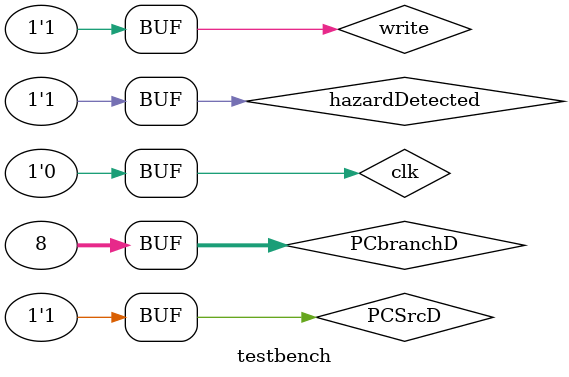
<source format=v>
`timescale 1ns/1ns

module testbench ();
    reg clk;
    wire write,PCSrcD;
    wire [31:0] PC,PCbranchD;
    wire [31:0] instruction;
    
    initial begin
        $dumpfile("testbench.vcd");
        $dumpvars(0,testbench);
        clk                  = 1;
        repeat(5) #50 clk = ~clk ;
    end

    // no hazard

    // assign PCbranchD=32'b0;
    // assign PCSrcD=1'b0;
    // assign write=1'b1;
    // assign hazardDetected=1'b0;

    // hazard

    assign PCbranchD=32'd8;
    assign PCSrcD=1'b1;
    assign write=1'b1;
    assign hazardDetected=1'b1;

    instructionFetch instructionFetch(clk,
                        PC,
                        instruction,
                        write,
                        PCbranchD,
                        PCSrcD,
                        hazardDetected);
endmodule 

</source>
